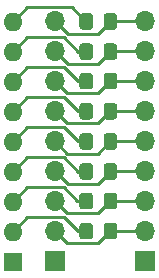
<source format=gbr>
%TF.GenerationSoftware,KiCad,Pcbnew,(5.1.9)-1*%
%TF.CreationDate,2021-02-03T20:33:17-05:00*%
%TF.ProjectId,NerdConsole_BreadBoard_BridgeMonitor8,4e657264-436f-46e7-936f-6c655f427265,rev?*%
%TF.SameCoordinates,Original*%
%TF.FileFunction,Copper,L1,Top*%
%TF.FilePolarity,Positive*%
%FSLAX46Y46*%
G04 Gerber Fmt 4.6, Leading zero omitted, Abs format (unit mm)*
G04 Created by KiCad (PCBNEW (5.1.9)-1) date 2021-02-03 20:33:17*
%MOMM*%
%LPD*%
G01*
G04 APERTURE LIST*
%TA.AperFunction,ComponentPad*%
%ADD10O,1.700000X1.700000*%
%TD*%
%TA.AperFunction,ComponentPad*%
%ADD11R,1.700000X1.700000*%
%TD*%
%TA.AperFunction,ComponentPad*%
%ADD12R,1.600000X1.600000*%
%TD*%
%TA.AperFunction,ComponentPad*%
%ADD13O,1.600000X1.600000*%
%TD*%
%TA.AperFunction,Conductor*%
%ADD14C,0.250000*%
%TD*%
G04 APERTURE END LIST*
%TO.P,D1,2*%
%TO.N,D0*%
%TA.AperFunction,SMDPad,CuDef*%
G36*
G01*
X100300000Y-96050001D02*
X100300000Y-95149999D01*
G75*
G02*
X100549999Y-94900000I249999J0D01*
G01*
X101200001Y-94900000D01*
G75*
G02*
X101450000Y-95149999I0J-249999D01*
G01*
X101450000Y-96050001D01*
G75*
G02*
X101200001Y-96300000I-249999J0D01*
G01*
X100549999Y-96300000D01*
G75*
G02*
X100300000Y-96050001I0J249999D01*
G01*
G37*
%TD.AperFunction*%
%TO.P,D1,1*%
%TO.N,LED0*%
%TA.AperFunction,SMDPad,CuDef*%
G36*
G01*
X98250000Y-96050001D02*
X98250000Y-95149999D01*
G75*
G02*
X98499999Y-94900000I249999J0D01*
G01*
X99150001Y-94900000D01*
G75*
G02*
X99400000Y-95149999I0J-249999D01*
G01*
X99400000Y-96050001D01*
G75*
G02*
X99150001Y-96300000I-249999J0D01*
G01*
X98499999Y-96300000D01*
G75*
G02*
X98250000Y-96050001I0J249999D01*
G01*
G37*
%TD.AperFunction*%
%TD*%
%TO.P,D2,1*%
%TO.N,LED1*%
%TA.AperFunction,SMDPad,CuDef*%
G36*
G01*
X98250000Y-93500001D02*
X98250000Y-92599999D01*
G75*
G02*
X98499999Y-92350000I249999J0D01*
G01*
X99150001Y-92350000D01*
G75*
G02*
X99400000Y-92599999I0J-249999D01*
G01*
X99400000Y-93500001D01*
G75*
G02*
X99150001Y-93750000I-249999J0D01*
G01*
X98499999Y-93750000D01*
G75*
G02*
X98250000Y-93500001I0J249999D01*
G01*
G37*
%TD.AperFunction*%
%TO.P,D2,2*%
%TO.N,D1*%
%TA.AperFunction,SMDPad,CuDef*%
G36*
G01*
X100300000Y-93500001D02*
X100300000Y-92599999D01*
G75*
G02*
X100549999Y-92350000I249999J0D01*
G01*
X101200001Y-92350000D01*
G75*
G02*
X101450000Y-92599999I0J-249999D01*
G01*
X101450000Y-93500001D01*
G75*
G02*
X101200001Y-93750000I-249999J0D01*
G01*
X100549999Y-93750000D01*
G75*
G02*
X100300000Y-93500001I0J249999D01*
G01*
G37*
%TD.AperFunction*%
%TD*%
%TO.P,D3,2*%
%TO.N,D2*%
%TA.AperFunction,SMDPad,CuDef*%
G36*
G01*
X100300000Y-91000001D02*
X100300000Y-90099999D01*
G75*
G02*
X100549999Y-89850000I249999J0D01*
G01*
X101200001Y-89850000D01*
G75*
G02*
X101450000Y-90099999I0J-249999D01*
G01*
X101450000Y-91000001D01*
G75*
G02*
X101200001Y-91250000I-249999J0D01*
G01*
X100549999Y-91250000D01*
G75*
G02*
X100300000Y-91000001I0J249999D01*
G01*
G37*
%TD.AperFunction*%
%TO.P,D3,1*%
%TO.N,LED2*%
%TA.AperFunction,SMDPad,CuDef*%
G36*
G01*
X98250000Y-91000001D02*
X98250000Y-90099999D01*
G75*
G02*
X98499999Y-89850000I249999J0D01*
G01*
X99150001Y-89850000D01*
G75*
G02*
X99400000Y-90099999I0J-249999D01*
G01*
X99400000Y-91000001D01*
G75*
G02*
X99150001Y-91250000I-249999J0D01*
G01*
X98499999Y-91250000D01*
G75*
G02*
X98250000Y-91000001I0J249999D01*
G01*
G37*
%TD.AperFunction*%
%TD*%
%TO.P,D4,1*%
%TO.N,LED3*%
%TA.AperFunction,SMDPad,CuDef*%
G36*
G01*
X98250000Y-88450001D02*
X98250000Y-87549999D01*
G75*
G02*
X98499999Y-87300000I249999J0D01*
G01*
X99150001Y-87300000D01*
G75*
G02*
X99400000Y-87549999I0J-249999D01*
G01*
X99400000Y-88450001D01*
G75*
G02*
X99150001Y-88700000I-249999J0D01*
G01*
X98499999Y-88700000D01*
G75*
G02*
X98250000Y-88450001I0J249999D01*
G01*
G37*
%TD.AperFunction*%
%TO.P,D4,2*%
%TO.N,D3*%
%TA.AperFunction,SMDPad,CuDef*%
G36*
G01*
X100300000Y-88450001D02*
X100300000Y-87549999D01*
G75*
G02*
X100549999Y-87300000I249999J0D01*
G01*
X101200001Y-87300000D01*
G75*
G02*
X101450000Y-87549999I0J-249999D01*
G01*
X101450000Y-88450001D01*
G75*
G02*
X101200001Y-88700000I-249999J0D01*
G01*
X100549999Y-88700000D01*
G75*
G02*
X100300000Y-88450001I0J249999D01*
G01*
G37*
%TD.AperFunction*%
%TD*%
%TO.P,D5,2*%
%TO.N,D4*%
%TA.AperFunction,SMDPad,CuDef*%
G36*
G01*
X100300000Y-85900001D02*
X100300000Y-84999999D01*
G75*
G02*
X100549999Y-84750000I249999J0D01*
G01*
X101200001Y-84750000D01*
G75*
G02*
X101450000Y-84999999I0J-249999D01*
G01*
X101450000Y-85900001D01*
G75*
G02*
X101200001Y-86150000I-249999J0D01*
G01*
X100549999Y-86150000D01*
G75*
G02*
X100300000Y-85900001I0J249999D01*
G01*
G37*
%TD.AperFunction*%
%TO.P,D5,1*%
%TO.N,LED4*%
%TA.AperFunction,SMDPad,CuDef*%
G36*
G01*
X98250000Y-85900001D02*
X98250000Y-84999999D01*
G75*
G02*
X98499999Y-84750000I249999J0D01*
G01*
X99150001Y-84750000D01*
G75*
G02*
X99400000Y-84999999I0J-249999D01*
G01*
X99400000Y-85900001D01*
G75*
G02*
X99150001Y-86150000I-249999J0D01*
G01*
X98499999Y-86150000D01*
G75*
G02*
X98250000Y-85900001I0J249999D01*
G01*
G37*
%TD.AperFunction*%
%TD*%
%TO.P,D6,1*%
%TO.N,LED5*%
%TA.AperFunction,SMDPad,CuDef*%
G36*
G01*
X98250000Y-83350001D02*
X98250000Y-82449999D01*
G75*
G02*
X98499999Y-82200000I249999J0D01*
G01*
X99150001Y-82200000D01*
G75*
G02*
X99400000Y-82449999I0J-249999D01*
G01*
X99400000Y-83350001D01*
G75*
G02*
X99150001Y-83600000I-249999J0D01*
G01*
X98499999Y-83600000D01*
G75*
G02*
X98250000Y-83350001I0J249999D01*
G01*
G37*
%TD.AperFunction*%
%TO.P,D6,2*%
%TO.N,D5*%
%TA.AperFunction,SMDPad,CuDef*%
G36*
G01*
X100300000Y-83350001D02*
X100300000Y-82449999D01*
G75*
G02*
X100549999Y-82200000I249999J0D01*
G01*
X101200001Y-82200000D01*
G75*
G02*
X101450000Y-82449999I0J-249999D01*
G01*
X101450000Y-83350001D01*
G75*
G02*
X101200001Y-83600000I-249999J0D01*
G01*
X100549999Y-83600000D01*
G75*
G02*
X100300000Y-83350001I0J249999D01*
G01*
G37*
%TD.AperFunction*%
%TD*%
%TO.P,D7,2*%
%TO.N,D6*%
%TA.AperFunction,SMDPad,CuDef*%
G36*
G01*
X100300000Y-80850001D02*
X100300000Y-79949999D01*
G75*
G02*
X100549999Y-79700000I249999J0D01*
G01*
X101200001Y-79700000D01*
G75*
G02*
X101450000Y-79949999I0J-249999D01*
G01*
X101450000Y-80850001D01*
G75*
G02*
X101200001Y-81100000I-249999J0D01*
G01*
X100549999Y-81100000D01*
G75*
G02*
X100300000Y-80850001I0J249999D01*
G01*
G37*
%TD.AperFunction*%
%TO.P,D7,1*%
%TO.N,LED6*%
%TA.AperFunction,SMDPad,CuDef*%
G36*
G01*
X98250000Y-80850001D02*
X98250000Y-79949999D01*
G75*
G02*
X98499999Y-79700000I249999J0D01*
G01*
X99150001Y-79700000D01*
G75*
G02*
X99400000Y-79949999I0J-249999D01*
G01*
X99400000Y-80850001D01*
G75*
G02*
X99150001Y-81100000I-249999J0D01*
G01*
X98499999Y-81100000D01*
G75*
G02*
X98250000Y-80850001I0J249999D01*
G01*
G37*
%TD.AperFunction*%
%TD*%
%TO.P,D8,1*%
%TO.N,LED7*%
%TA.AperFunction,SMDPad,CuDef*%
G36*
G01*
X98250000Y-78300001D02*
X98250000Y-77399999D01*
G75*
G02*
X98499999Y-77150000I249999J0D01*
G01*
X99150001Y-77150000D01*
G75*
G02*
X99400000Y-77399999I0J-249999D01*
G01*
X99400000Y-78300001D01*
G75*
G02*
X99150001Y-78550000I-249999J0D01*
G01*
X98499999Y-78550000D01*
G75*
G02*
X98250000Y-78300001I0J249999D01*
G01*
G37*
%TD.AperFunction*%
%TO.P,D8,2*%
%TO.N,D7*%
%TA.AperFunction,SMDPad,CuDef*%
G36*
G01*
X100300000Y-78300001D02*
X100300000Y-77399999D01*
G75*
G02*
X100549999Y-77150000I249999J0D01*
G01*
X101200001Y-77150000D01*
G75*
G02*
X101450000Y-77399999I0J-249999D01*
G01*
X101450000Y-78300001D01*
G75*
G02*
X101200001Y-78550000I-249999J0D01*
G01*
X100549999Y-78550000D01*
G75*
G02*
X100300000Y-78300001I0J249999D01*
G01*
G37*
%TD.AperFunction*%
%TD*%
D10*
%TO.P,J1,9*%
%TO.N,D7*%
X96200000Y-77830000D03*
%TO.P,J1,8*%
%TO.N,D6*%
X96200000Y-80370000D03*
%TO.P,J1,7*%
%TO.N,D5*%
X96200000Y-82910000D03*
%TO.P,J1,6*%
%TO.N,D4*%
X96200000Y-85450000D03*
%TO.P,J1,5*%
%TO.N,D3*%
X96200000Y-87990000D03*
%TO.P,J1,4*%
%TO.N,D2*%
X96200000Y-90530000D03*
%TO.P,J1,3*%
%TO.N,D1*%
X96200000Y-93070000D03*
%TO.P,J1,2*%
%TO.N,D0*%
X96200000Y-95610000D03*
D11*
%TO.P,J1,1*%
%TO.N,GND*%
X96200000Y-98150000D03*
%TD*%
%TO.P,J2,1*%
%TO.N,GND*%
X103800000Y-98150000D03*
D10*
%TO.P,J2,2*%
%TO.N,D0*%
X103800000Y-95610000D03*
%TO.P,J2,3*%
%TO.N,D1*%
X103800000Y-93070000D03*
%TO.P,J2,4*%
%TO.N,D2*%
X103800000Y-90530000D03*
%TO.P,J2,5*%
%TO.N,D3*%
X103800000Y-87990000D03*
%TO.P,J2,6*%
%TO.N,D4*%
X103800000Y-85450000D03*
%TO.P,J2,7*%
%TO.N,D5*%
X103800000Y-82910000D03*
%TO.P,J2,8*%
%TO.N,D6*%
X103800000Y-80370000D03*
%TO.P,J2,9*%
%TO.N,D7*%
X103800000Y-77830000D03*
%TD*%
D12*
%TO.P,RN1,1*%
%TO.N,GND*%
X92650000Y-98175000D03*
D13*
%TO.P,RN1,2*%
%TO.N,LED0*%
X92650000Y-95635000D03*
%TO.P,RN1,3*%
%TO.N,LED1*%
X92650000Y-93095000D03*
%TO.P,RN1,4*%
%TO.N,LED2*%
X92650000Y-90555000D03*
%TO.P,RN1,5*%
%TO.N,LED3*%
X92650000Y-88015000D03*
%TO.P,RN1,6*%
%TO.N,LED4*%
X92650000Y-85475000D03*
%TO.P,RN1,7*%
%TO.N,LED5*%
X92650000Y-82935000D03*
%TO.P,RN1,8*%
%TO.N,LED6*%
X92650000Y-80395000D03*
%TO.P,RN1,9*%
%TO.N,LED7*%
X92650000Y-77855000D03*
%TD*%
D14*
%TO.N,D0*%
X100885000Y-95610000D02*
X100875000Y-95600000D01*
X103800000Y-95610000D02*
X100885000Y-95610000D01*
X99849990Y-96625010D02*
X100875000Y-95600000D01*
X97215010Y-96625010D02*
X99849990Y-96625010D01*
X96200000Y-95610000D02*
X97215010Y-96625010D01*
%TO.N,LED0*%
X98093590Y-95600000D02*
X98825000Y-95600000D01*
X96928589Y-94434999D02*
X98093590Y-95600000D01*
X93850001Y-94434999D02*
X96928589Y-94434999D01*
X92650000Y-95635000D02*
X93850001Y-94434999D01*
%TO.N,LED1*%
X98083590Y-93050000D02*
X98825000Y-93050000D01*
X96928589Y-91894999D02*
X98083590Y-93050000D01*
X93850001Y-91894999D02*
X96928589Y-91894999D01*
X92650000Y-93095000D02*
X93850001Y-91894999D01*
%TO.N,D1*%
X100895000Y-93070000D02*
X100875000Y-93050000D01*
X103800000Y-93070000D02*
X100895000Y-93070000D01*
X99849990Y-94075010D02*
X100875000Y-93050000D01*
X97205010Y-94075010D02*
X99849990Y-94075010D01*
X96200000Y-93070000D02*
X97205010Y-94075010D01*
%TO.N,D2*%
X100895000Y-90530000D02*
X100875000Y-90550000D01*
X103800000Y-90530000D02*
X100895000Y-90530000D01*
X99849990Y-91575010D02*
X100875000Y-90550000D01*
X97245010Y-91575010D02*
X99849990Y-91575010D01*
X96200000Y-90530000D02*
X97245010Y-91575010D01*
%TO.N,LED2*%
X98123590Y-90550000D02*
X98825000Y-90550000D01*
X96928589Y-89354999D02*
X98123590Y-90550000D01*
X93850001Y-89354999D02*
X96928589Y-89354999D01*
X92650000Y-90555000D02*
X93850001Y-89354999D01*
%TO.N,LED3*%
X96928589Y-86814999D02*
X98113590Y-88000000D01*
X93850001Y-86814999D02*
X96928589Y-86814999D01*
X98113590Y-88000000D02*
X98825000Y-88000000D01*
X92650000Y-88015000D02*
X93850001Y-86814999D01*
%TO.N,D3*%
X100885000Y-87990000D02*
X100875000Y-88000000D01*
X103800000Y-87990000D02*
X100885000Y-87990000D01*
X99849990Y-89025010D02*
X100875000Y-88000000D01*
X97235010Y-89025010D02*
X99849990Y-89025010D01*
X96200000Y-87990000D02*
X97235010Y-89025010D01*
%TO.N,D4*%
X103800000Y-85450000D02*
X100875000Y-85450000D01*
X99849990Y-86475010D02*
X100875000Y-85450000D01*
X97225010Y-86475010D02*
X99849990Y-86475010D01*
X96200000Y-85450000D02*
X97225010Y-86475010D01*
%TO.N,LED4*%
X98103590Y-85450000D02*
X98825000Y-85450000D01*
X96928589Y-84274999D02*
X98103590Y-85450000D01*
X93850001Y-84274999D02*
X96928589Y-84274999D01*
X92650000Y-85475000D02*
X93850001Y-84274999D01*
%TO.N,LED5*%
X98093590Y-82900000D02*
X98825000Y-82900000D01*
X96928589Y-81734999D02*
X98093590Y-82900000D01*
X93850001Y-81734999D02*
X96928589Y-81734999D01*
X92650000Y-82935000D02*
X93850001Y-81734999D01*
%TO.N,D5*%
X100885000Y-82910000D02*
X100875000Y-82900000D01*
X103800000Y-82910000D02*
X100885000Y-82910000D01*
X97215010Y-83925010D02*
X99849990Y-83925010D01*
X99849990Y-83925010D02*
X100875000Y-82900000D01*
X96200000Y-82910000D02*
X97215010Y-83925010D01*
%TO.N,D6*%
X100905000Y-80370000D02*
X100875000Y-80400000D01*
X103800000Y-80370000D02*
X100905000Y-80370000D01*
X99849990Y-81425010D02*
X100875000Y-80400000D01*
X97255010Y-81425010D02*
X99849990Y-81425010D01*
X96200000Y-80370000D02*
X97255010Y-81425010D01*
%TO.N,LED6*%
X98133590Y-80400000D02*
X98825000Y-80400000D01*
X96928589Y-79194999D02*
X98133590Y-80400000D01*
X93850001Y-79194999D02*
X96928589Y-79194999D01*
X92650000Y-80395000D02*
X93850001Y-79194999D01*
%TO.N,LED7*%
X97629999Y-76654999D02*
X98825000Y-77850000D01*
X93850001Y-76654999D02*
X97629999Y-76654999D01*
X92650000Y-77855000D02*
X93850001Y-76654999D01*
%TO.N,D7*%
X100895000Y-77830000D02*
X100875000Y-77850000D01*
X103800000Y-77830000D02*
X100895000Y-77830000D01*
X99849990Y-78875010D02*
X100875000Y-77850000D01*
X97245010Y-78875010D02*
X99849990Y-78875010D01*
X96200000Y-77830000D02*
X97245010Y-78875010D01*
%TD*%
M02*

</source>
